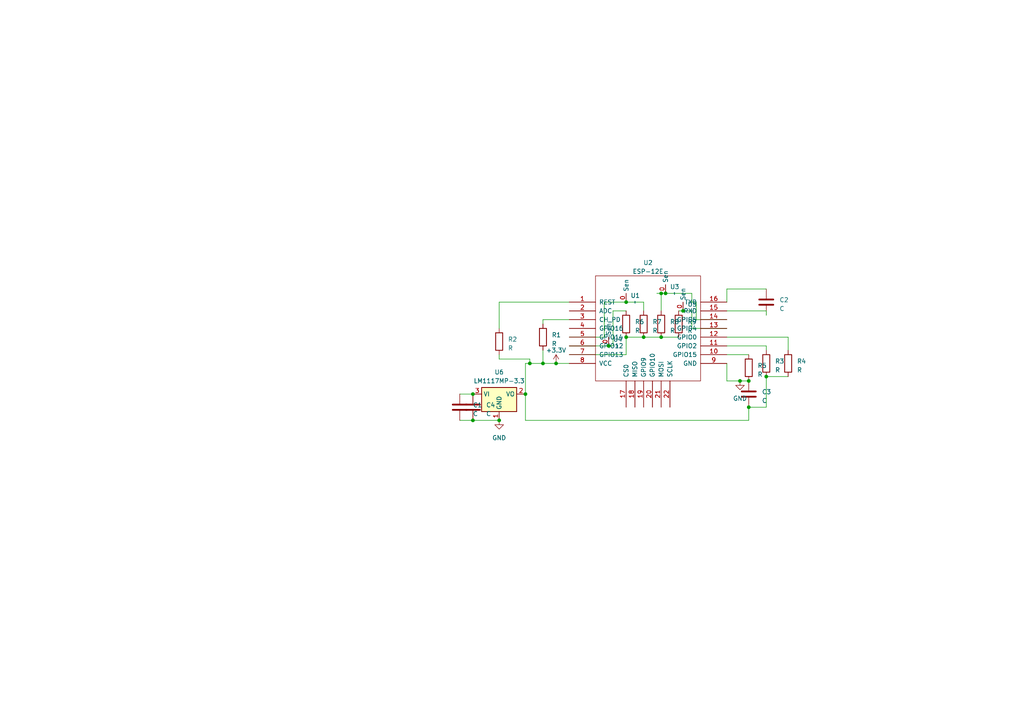
<source format=kicad_sch>
(kicad_sch (version 20230121) (generator eeschema)

  (uuid d4aa1627-5822-461c-8965-e691b72e7719)

  (paper "A4")

  (lib_symbols
    (symbol "Device:C" (pin_numbers hide) (pin_names (offset 0.254)) (in_bom yes) (on_board yes)
      (property "Reference" "C" (at 0.635 2.54 0)
        (effects (font (size 1.27 1.27)) (justify left))
      )
      (property "Value" "C" (at 0.635 -2.54 0)
        (effects (font (size 1.27 1.27)) (justify left))
      )
      (property "Footprint" "" (at 0.9652 -3.81 0)
        (effects (font (size 1.27 1.27)) hide)
      )
      (property "Datasheet" "~" (at 0 0 0)
        (effects (font (size 1.27 1.27)) hide)
      )
      (property "ki_keywords" "cap capacitor" (at 0 0 0)
        (effects (font (size 1.27 1.27)) hide)
      )
      (property "ki_description" "Unpolarized capacitor" (at 0 0 0)
        (effects (font (size 1.27 1.27)) hide)
      )
      (property "ki_fp_filters" "C_*" (at 0 0 0)
        (effects (font (size 1.27 1.27)) hide)
      )
      (symbol "C_0_1"
        (polyline
          (pts
            (xy -2.032 -0.762)
            (xy 2.032 -0.762)
          )
          (stroke (width 0.508) (type default))
          (fill (type none))
        )
        (polyline
          (pts
            (xy -2.032 0.762)
            (xy 2.032 0.762)
          )
          (stroke (width 0.508) (type default))
          (fill (type none))
        )
      )
      (symbol "C_1_1"
        (pin passive line (at 0 3.81 270) (length 2.794)
          (name "~" (effects (font (size 1.27 1.27))))
          (number "1" (effects (font (size 1.27 1.27))))
        )
        (pin passive line (at 0 -3.81 90) (length 2.794)
          (name "~" (effects (font (size 1.27 1.27))))
          (number "2" (effects (font (size 1.27 1.27))))
        )
      )
    )
    (symbol "Device:R" (pin_numbers hide) (pin_names (offset 0)) (in_bom yes) (on_board yes)
      (property "Reference" "R" (at 2.032 0 90)
        (effects (font (size 1.27 1.27)))
      )
      (property "Value" "R" (at 0 0 90)
        (effects (font (size 1.27 1.27)))
      )
      (property "Footprint" "" (at -1.778 0 90)
        (effects (font (size 1.27 1.27)) hide)
      )
      (property "Datasheet" "~" (at 0 0 0)
        (effects (font (size 1.27 1.27)) hide)
      )
      (property "ki_keywords" "R res resistor" (at 0 0 0)
        (effects (font (size 1.27 1.27)) hide)
      )
      (property "ki_description" "Resistor" (at 0 0 0)
        (effects (font (size 1.27 1.27)) hide)
      )
      (property "ki_fp_filters" "R_*" (at 0 0 0)
        (effects (font (size 1.27 1.27)) hide)
      )
      (symbol "R_0_1"
        (rectangle (start -1.016 -2.54) (end 1.016 2.54)
          (stroke (width 0.254) (type default))
          (fill (type none))
        )
      )
      (symbol "R_1_1"
        (pin passive line (at 0 3.81 270) (length 1.27)
          (name "~" (effects (font (size 1.27 1.27))))
          (number "1" (effects (font (size 1.27 1.27))))
        )
        (pin passive line (at 0 -3.81 90) (length 1.27)
          (name "~" (effects (font (size 1.27 1.27))))
          (number "2" (effects (font (size 1.27 1.27))))
        )
      )
    )
    (symbol "ESP8266:ESP-12E" (pin_names (offset 1.016)) (in_bom yes) (on_board yes)
      (property "Reference" "U" (at 0 -2.54 0)
        (effects (font (size 1.27 1.27)))
      )
      (property "Value" "ESP-12E" (at 0 2.54 0)
        (effects (font (size 1.27 1.27)))
      )
      (property "Footprint" "" (at 0 0 0)
        (effects (font (size 1.27 1.27)) hide)
      )
      (property "Datasheet" "http://l0l.org.uk/2014/12/esp8266-modules-hardware-guide-gotta-catch-em-all/" (at 0 0 0)
        (effects (font (size 1.27 1.27)) hide)
      )
      (property "ki_keywords" "MODULE ESP8266 ESP-8266" (at 0 0 0)
        (effects (font (size 1.27 1.27)) hide)
      )
      (property "ki_description" "ESP8266 ESP-12E module, 22 pins, 2mm, PCB antenna" (at 0 0 0)
        (effects (font (size 1.27 1.27)) hide)
      )
      (property "ki_fp_filters" "ESP-12E ESP-12E_SMD" (at 0 0 0)
        (effects (font (size 1.27 1.27)) hide)
      )
      (symbol "ESP-12E_1_0"
        (rectangle (start -15.24 -15.24) (end 15.24 15.24)
          (stroke (width 0) (type solid))
          (fill (type none))
        )
      )
      (symbol "ESP-12E_1_1"
        (pin input line (at -22.86 7.62 0) (length 7.62)
          (name "REST" (effects (font (size 1.27 1.27))))
          (number "1" (effects (font (size 1.27 1.27))))
        )
        (pin bidirectional line (at 22.86 -7.62 180) (length 7.62)
          (name "GPIO15" (effects (font (size 1.27 1.27))))
          (number "10" (effects (font (size 1.27 1.27))))
        )
        (pin bidirectional line (at 22.86 -5.08 180) (length 7.62)
          (name "GPIO2" (effects (font (size 1.27 1.27))))
          (number "11" (effects (font (size 1.27 1.27))))
        )
        (pin bidirectional line (at 22.86 -2.54 180) (length 7.62)
          (name "GPIO0" (effects (font (size 1.27 1.27))))
          (number "12" (effects (font (size 1.27 1.27))))
        )
        (pin bidirectional line (at 22.86 0 180) (length 7.62)
          (name "GPIO4" (effects (font (size 1.27 1.27))))
          (number "13" (effects (font (size 1.27 1.27))))
        )
        (pin bidirectional line (at 22.86 2.54 180) (length 7.62)
          (name "GPIO5" (effects (font (size 1.27 1.27))))
          (number "14" (effects (font (size 1.27 1.27))))
        )
        (pin input line (at 22.86 5.08 180) (length 7.62)
          (name "RXD" (effects (font (size 1.27 1.27))))
          (number "15" (effects (font (size 1.27 1.27))))
        )
        (pin output line (at 22.86 7.62 180) (length 7.62)
          (name "TXD" (effects (font (size 1.27 1.27))))
          (number "16" (effects (font (size 1.27 1.27))))
        )
        (pin bidirectional line (at -6.35 -22.86 90) (length 7.62)
          (name "CS0" (effects (font (size 1.27 1.27))))
          (number "17" (effects (font (size 1.27 1.27))))
        )
        (pin bidirectional line (at -3.81 -22.86 90) (length 7.62)
          (name "MISO" (effects (font (size 1.27 1.27))))
          (number "18" (effects (font (size 1.27 1.27))))
        )
        (pin bidirectional line (at -1.27 -22.86 90) (length 7.62)
          (name "GPIO9" (effects (font (size 1.27 1.27))))
          (number "19" (effects (font (size 1.27 1.27))))
        )
        (pin passive line (at -22.86 5.08 0) (length 7.62)
          (name "ADC" (effects (font (size 1.27 1.27))))
          (number "2" (effects (font (size 1.27 1.27))))
        )
        (pin bidirectional line (at 1.27 -22.86 90) (length 7.62)
          (name "GPIO10" (effects (font (size 1.27 1.27))))
          (number "20" (effects (font (size 1.27 1.27))))
        )
        (pin bidirectional line (at 3.81 -22.86 90) (length 7.62)
          (name "MOSI" (effects (font (size 1.27 1.27))))
          (number "21" (effects (font (size 1.27 1.27))))
        )
        (pin bidirectional line (at 6.35 -22.86 90) (length 7.62)
          (name "SCLK" (effects (font (size 1.27 1.27))))
          (number "22" (effects (font (size 1.27 1.27))))
        )
        (pin input line (at -22.86 2.54 0) (length 7.62)
          (name "CH_PD" (effects (font (size 1.27 1.27))))
          (number "3" (effects (font (size 1.27 1.27))))
        )
        (pin bidirectional line (at -22.86 0 0) (length 7.62)
          (name "GPIO16" (effects (font (size 1.27 1.27))))
          (number "4" (effects (font (size 1.27 1.27))))
        )
        (pin bidirectional line (at -22.86 -2.54 0) (length 7.62)
          (name "GPIO14" (effects (font (size 1.27 1.27))))
          (number "5" (effects (font (size 1.27 1.27))))
        )
        (pin bidirectional line (at -22.86 -5.08 0) (length 7.62)
          (name "GPIO12" (effects (font (size 1.27 1.27))))
          (number "6" (effects (font (size 1.27 1.27))))
        )
        (pin bidirectional line (at -22.86 -7.62 0) (length 7.62)
          (name "GPIO13" (effects (font (size 1.27 1.27))))
          (number "7" (effects (font (size 1.27 1.27))))
        )
        (pin power_in line (at -22.86 -10.16 0) (length 7.62)
          (name "VCC" (effects (font (size 1.27 1.27))))
          (number "8" (effects (font (size 1.27 1.27))))
        )
        (pin power_in line (at 22.86 -10.16 180) (length 7.62)
          (name "GND" (effects (font (size 1.27 1.27))))
          (number "9" (effects (font (size 1.27 1.27))))
        )
      )
    )
    (symbol "Regulator_Linear:LM1117MP-3.3" (in_bom yes) (on_board yes)
      (property "Reference" "U" (at -3.81 3.175 0)
        (effects (font (size 1.27 1.27)))
      )
      (property "Value" "LM1117MP-3.3" (at 0 3.175 0)
        (effects (font (size 1.27 1.27)) (justify left))
      )
      (property "Footprint" "Package_TO_SOT_SMD:SOT-223-3_TabPin2" (at 0 0 0)
        (effects (font (size 1.27 1.27)) hide)
      )
      (property "Datasheet" "http://www.ti.com/lit/ds/symlink/lm1117.pdf" (at 0 0 0)
        (effects (font (size 1.27 1.27)) hide)
      )
      (property "ki_keywords" "linear regulator ldo fixed positive" (at 0 0 0)
        (effects (font (size 1.27 1.27)) hide)
      )
      (property "ki_description" "800mA Low-Dropout Linear Regulator, 3.3V fixed output, SOT-223" (at 0 0 0)
        (effects (font (size 1.27 1.27)) hide)
      )
      (property "ki_fp_filters" "SOT?223*" (at 0 0 0)
        (effects (font (size 1.27 1.27)) hide)
      )
      (symbol "LM1117MP-3.3_0_1"
        (rectangle (start -5.08 -5.08) (end 5.08 1.905)
          (stroke (width 0.254) (type default))
          (fill (type background))
        )
      )
      (symbol "LM1117MP-3.3_1_1"
        (pin power_in line (at 0 -7.62 90) (length 2.54)
          (name "GND" (effects (font (size 1.27 1.27))))
          (number "1" (effects (font (size 1.27 1.27))))
        )
        (pin power_out line (at 7.62 0 180) (length 2.54)
          (name "VO" (effects (font (size 1.27 1.27))))
          (number "2" (effects (font (size 1.27 1.27))))
        )
        (pin power_in line (at -7.62 0 0) (length 2.54)
          (name "VI" (effects (font (size 1.27 1.27))))
          (number "3" (effects (font (size 1.27 1.27))))
        )
      )
    )
    (symbol "Sensor_1" (in_bom yes) (on_board yes)
      (property "Reference" "U" (at 1.27 2.54 0)
        (effects (font (size 1.27 1.27)))
      )
      (property "Value" "" (at 0 0 0)
        (effects (font (size 1.27 1.27)))
      )
      (property "Footprint" "" (at 0 0 0)
        (effects (font (size 1.27 1.27)) hide)
      )
      (property "Datasheet" "" (at 0 0 0)
        (effects (font (size 1.27 1.27)) hide)
      )
      (symbol "Sensor_1_1_1"
        (pin input line (at 0 2.54 0) (length 2.54)
          (name "Sen" (effects (font (size 1.27 1.27))))
          (number "0" (effects (font (size 1.27 1.27))))
        )
      )
    )
    (symbol "power:+3.3V" (power) (pin_names (offset 0)) (in_bom yes) (on_board yes)
      (property "Reference" "#PWR" (at 0 -3.81 0)
        (effects (font (size 1.27 1.27)) hide)
      )
      (property "Value" "+3.3V" (at 0 3.556 0)
        (effects (font (size 1.27 1.27)))
      )
      (property "Footprint" "" (at 0 0 0)
        (effects (font (size 1.27 1.27)) hide)
      )
      (property "Datasheet" "" (at 0 0 0)
        (effects (font (size 1.27 1.27)) hide)
      )
      (property "ki_keywords" "global power" (at 0 0 0)
        (effects (font (size 1.27 1.27)) hide)
      )
      (property "ki_description" "Power symbol creates a global label with name \"+3.3V\"" (at 0 0 0)
        (effects (font (size 1.27 1.27)) hide)
      )
      (symbol "+3.3V_0_1"
        (polyline
          (pts
            (xy -0.762 1.27)
            (xy 0 2.54)
          )
          (stroke (width 0) (type default))
          (fill (type none))
        )
        (polyline
          (pts
            (xy 0 0)
            (xy 0 2.54)
          )
          (stroke (width 0) (type default))
          (fill (type none))
        )
        (polyline
          (pts
            (xy 0 2.54)
            (xy 0.762 1.27)
          )
          (stroke (width 0) (type default))
          (fill (type none))
        )
      )
      (symbol "+3.3V_1_1"
        (pin power_in line (at 0 0 90) (length 0) hide
          (name "+3.3V" (effects (font (size 1.27 1.27))))
          (number "1" (effects (font (size 1.27 1.27))))
        )
      )
    )
    (symbol "power:GND" (power) (pin_names (offset 0)) (in_bom yes) (on_board yes)
      (property "Reference" "#PWR" (at 0 -6.35 0)
        (effects (font (size 1.27 1.27)) hide)
      )
      (property "Value" "GND" (at 0 -3.81 0)
        (effects (font (size 1.27 1.27)))
      )
      (property "Footprint" "" (at 0 0 0)
        (effects (font (size 1.27 1.27)) hide)
      )
      (property "Datasheet" "" (at 0 0 0)
        (effects (font (size 1.27 1.27)) hide)
      )
      (property "ki_keywords" "global power" (at 0 0 0)
        (effects (font (size 1.27 1.27)) hide)
      )
      (property "ki_description" "Power symbol creates a global label with name \"GND\" , ground" (at 0 0 0)
        (effects (font (size 1.27 1.27)) hide)
      )
      (symbol "GND_0_1"
        (polyline
          (pts
            (xy 0 0)
            (xy 0 -1.27)
            (xy 1.27 -1.27)
            (xy 0 -2.54)
            (xy -1.27 -1.27)
            (xy 0 -1.27)
          )
          (stroke (width 0) (type default))
          (fill (type none))
        )
      )
      (symbol "GND_1_1"
        (pin power_in line (at 0 0 270) (length 0) hide
          (name "GND" (effects (font (size 1.27 1.27))))
          (number "1" (effects (font (size 1.27 1.27))))
        )
      )
    )
  )

  (junction (at 217.17 110.49) (diameter 0) (color 0 0 0 0)
    (uuid 0584fee9-3c06-4953-baa1-aaedf2ddae87)
  )
  (junction (at 181.61 97.79) (diameter 0) (color 0 0 0 0)
    (uuid 11ed5a36-ea1e-4856-aac1-2d5fa6037639)
  )
  (junction (at 186.69 97.79) (diameter 0) (color 0 0 0 0)
    (uuid 26564794-3306-47dc-b39c-6f5609b71fa4)
  )
  (junction (at 217.17 118.11) (diameter 0) (color 0 0 0 0)
    (uuid 3760c9f0-77b2-4bb0-8736-7fd30d40eb6d)
  )
  (junction (at 157.48 105.41) (diameter 0) (color 0 0 0 0)
    (uuid 38b7ad42-3a3d-4327-b058-0b616a6f11b9)
  )
  (junction (at 137.16 121.92) (diameter 0) (color 0 0 0 0)
    (uuid 460cba97-fee3-4f12-b043-6d0cd3380a54)
  )
  (junction (at 137.16 114.3) (diameter 0) (color 0 0 0 0)
    (uuid 53be0c28-a5b7-4408-9b7d-52266617f1c2)
  )
  (junction (at 176.53 100.33) (diameter 0) (color 0 0 0 0)
    (uuid 6850678a-d03a-4052-a488-a853527f3b0f)
  )
  (junction (at 191.77 85.09) (diameter 0) (color 0 0 0 0)
    (uuid 74b9580a-7e23-40a0-8fec-5a9da2ee8fc2)
  )
  (junction (at 198.12 90.17) (diameter 0) (color 0 0 0 0)
    (uuid 773b11ed-d2bf-43fa-a065-2f648647ffcf)
  )
  (junction (at 153.67 105.41) (diameter 0) (color 0 0 0 0)
    (uuid 8a06fb12-7c32-4c55-a35e-9d2f2c6846fa)
  )
  (junction (at 191.77 97.79) (diameter 0) (color 0 0 0 0)
    (uuid 8e9a7d91-1cf6-4dc8-b649-f0bb72bd9187)
  )
  (junction (at 144.78 121.92) (diameter 0) (color 0 0 0 0)
    (uuid 9297edb7-ec19-4117-97bb-916f45062351)
  )
  (junction (at 214.63 110.49) (diameter 0) (color 0 0 0 0)
    (uuid 9c737d19-ab45-444e-9860-78876d51ffa7)
  )
  (junction (at 222.25 109.22) (diameter 0) (color 0 0 0 0)
    (uuid c310e9d7-8594-4243-8bfa-08d5c15bb3bc)
  )
  (junction (at 152.4 114.3) (diameter 0) (color 0 0 0 0)
    (uuid cb51a415-1b94-4a67-84bc-7a6686c6fec2)
  )
  (junction (at 181.61 87.63) (diameter 0) (color 0 0 0 0)
    (uuid cc82a552-3099-4e9a-ad08-cd0add2c3e2a)
  )
  (junction (at 161.29 105.41) (diameter 0) (color 0 0 0 0)
    (uuid cf7603c8-95f5-4d30-abae-baa766ee9929)
  )
  (junction (at 193.04 85.09) (diameter 0) (color 0 0 0 0)
    (uuid df9c70fb-f9db-4df2-bff6-a4098ac21bc8)
  )

  (wire (pts (xy 157.48 105.41) (xy 161.29 105.41))
    (stroke (width 0) (type default))
    (uuid 00326911-ad9a-4686-bdf4-ebde82c6589b)
  )
  (wire (pts (xy 200.66 95.25) (xy 210.82 95.25))
    (stroke (width 0) (type default))
    (uuid 135a2243-f72a-4632-ae83-d07f99ebddf2)
  )
  (wire (pts (xy 157.48 101.6) (xy 157.48 105.41))
    (stroke (width 0) (type default))
    (uuid 1be7e7c0-0ede-427b-b0d0-719cdeafc68d)
  )
  (wire (pts (xy 161.29 105.41) (xy 165.1 105.41))
    (stroke (width 0) (type default))
    (uuid 1e2fd289-b3dd-457c-bd34-5f0d29938229)
  )
  (wire (pts (xy 222.25 90.17) (xy 210.82 90.17))
    (stroke (width 0) (type default))
    (uuid 2089ceb7-a841-4a60-a429-f4294bfa129a)
  )
  (wire (pts (xy 153.67 104.14) (xy 153.67 105.41))
    (stroke (width 0) (type default))
    (uuid 24649ef8-8f7c-4b56-aabe-d02238a69acd)
  )
  (wire (pts (xy 165.1 102.87) (xy 181.61 102.87))
    (stroke (width 0) (type default))
    (uuid 24c848e6-71c1-4fec-bf67-09c7ae0201ac)
  )
  (wire (pts (xy 191.77 85.09) (xy 191.77 90.17))
    (stroke (width 0) (type default))
    (uuid 25a4f390-4002-4590-ae22-69cd5b739b77)
  )
  (wire (pts (xy 228.6 101.6) (xy 228.6 97.79))
    (stroke (width 0) (type default))
    (uuid 2862e7ab-254e-433a-bd63-41dfe906b5cd)
  )
  (wire (pts (xy 193.04 85.09) (xy 200.66 85.09))
    (stroke (width 0) (type default))
    (uuid 28e098f4-ace7-40a2-8d99-a31f2ab7cdc7)
  )
  (wire (pts (xy 191.77 97.79) (xy 196.85 97.79))
    (stroke (width 0) (type default))
    (uuid 299cf304-de03-4c51-8a2f-95aeb3cd8050)
  )
  (wire (pts (xy 198.12 90.17) (xy 200.66 90.17))
    (stroke (width 0) (type default))
    (uuid 30e137e0-bcfb-43dc-97d4-5f058a8fee79)
  )
  (wire (pts (xy 210.82 83.82) (xy 222.25 83.82))
    (stroke (width 0) (type default))
    (uuid 321bc2f0-380b-4308-bf1b-abbb1d892036)
  )
  (wire (pts (xy 210.82 102.87) (xy 217.17 102.87))
    (stroke (width 0) (type default))
    (uuid 390af435-2d2f-457a-9bd6-392b5bd934ee)
  )
  (wire (pts (xy 152.4 105.41) (xy 152.4 114.3))
    (stroke (width 0) (type default))
    (uuid 3ba25fcd-7213-4b3b-b9a4-874d96b10913)
  )
  (wire (pts (xy 210.82 110.49) (xy 210.82 105.41))
    (stroke (width 0) (type default))
    (uuid 3c5168bd-adbc-4fab-9c9b-bda40c44a964)
  )
  (wire (pts (xy 222.25 118.11) (xy 222.25 109.22))
    (stroke (width 0) (type default))
    (uuid 3c89561f-6d5a-4bf3-8c6a-7abe04f1ee59)
  )
  (wire (pts (xy 181.61 97.79) (xy 181.61 102.87))
    (stroke (width 0) (type default))
    (uuid 3d7ab0cf-1fd0-4968-9b15-b39e95c9403d)
  )
  (wire (pts (xy 222.25 101.6) (xy 222.25 100.33))
    (stroke (width 0) (type default))
    (uuid 41346afa-dd2a-488d-9390-dc85a29fbb3a)
  )
  (wire (pts (xy 186.69 97.79) (xy 191.77 97.79))
    (stroke (width 0) (type default))
    (uuid 431a3a11-ccfd-4eb3-86fb-ad9ec7362b37)
  )
  (wire (pts (xy 181.61 87.63) (xy 186.69 87.63))
    (stroke (width 0) (type default))
    (uuid 4363bb33-885f-4cc3-a4da-12ef71bb1cc9)
  )
  (wire (pts (xy 217.17 110.49) (xy 214.63 110.49))
    (stroke (width 0) (type default))
    (uuid 443a268c-eefe-4aa8-a474-90db90562a0c)
  )
  (wire (pts (xy 175.26 87.63) (xy 175.26 97.79))
    (stroke (width 0) (type default))
    (uuid 49686a43-9cf2-43ba-b03a-bf18a21bc418)
  )
  (wire (pts (xy 222.25 109.22) (xy 228.6 109.22))
    (stroke (width 0) (type default))
    (uuid 4b33148e-5528-454b-b4ce-69a798c2ef53)
  )
  (wire (pts (xy 137.16 121.92) (xy 144.78 121.92))
    (stroke (width 0) (type default))
    (uuid 57a8fb35-8f98-4748-b524-d773853762f9)
  )
  (wire (pts (xy 144.78 104.14) (xy 144.78 102.87))
    (stroke (width 0) (type default))
    (uuid 5c1771fb-0558-413e-bdf9-b2121a13ad30)
  )
  (wire (pts (xy 201.93 92.71) (xy 210.82 92.71))
    (stroke (width 0) (type default))
    (uuid 5e078d2f-9918-489c-8444-4215e80af641)
  )
  (wire (pts (xy 165.1 97.79) (xy 175.26 97.79))
    (stroke (width 0) (type default))
    (uuid 5f58e081-b1d1-4129-a2f9-1817a42497fa)
  )
  (wire (pts (xy 133.35 121.92) (xy 137.16 121.92))
    (stroke (width 0) (type default))
    (uuid 61bd8ecb-4c78-4ecf-b234-4b28076ef0bf)
  )
  (wire (pts (xy 153.67 105.41) (xy 157.48 105.41))
    (stroke (width 0) (type default))
    (uuid 72b6fbd8-0810-405a-afa0-97115bbb0c0e)
  )
  (wire (pts (xy 157.48 92.71) (xy 165.1 92.71))
    (stroke (width 0) (type default))
    (uuid 77c57a7e-ed15-4364-a910-0ab4dd55256a)
  )
  (wire (pts (xy 200.66 87.63) (xy 201.93 87.63))
    (stroke (width 0) (type default))
    (uuid 7abc5d6d-26bd-4dc3-bb1c-09df8cc60bd6)
  )
  (wire (pts (xy 214.63 110.49) (xy 210.82 110.49))
    (stroke (width 0) (type default))
    (uuid 7d8b8ebc-6eca-4ae5-b392-6a7e8b5e38d6)
  )
  (wire (pts (xy 144.78 95.25) (xy 144.78 87.63))
    (stroke (width 0) (type default))
    (uuid 84cb4546-be54-435d-b2af-f7ffc7e889f2)
  )
  (wire (pts (xy 196.85 90.17) (xy 198.12 90.17))
    (stroke (width 0) (type default))
    (uuid 858f8da0-b064-4abd-ad11-20b64db21a02)
  )
  (wire (pts (xy 157.48 93.98) (xy 157.48 92.71))
    (stroke (width 0) (type default))
    (uuid 86b32c27-dc40-41ed-85f6-4f616f9b1860)
  )
  (wire (pts (xy 165.1 100.33) (xy 176.53 100.33))
    (stroke (width 0) (type default))
    (uuid 936359e0-3a03-4385-a318-20afc18cef89)
  )
  (wire (pts (xy 181.61 97.79) (xy 186.69 97.79))
    (stroke (width 0) (type default))
    (uuid 95f1edb8-cdcb-44e7-a24b-ab3bad7e0566)
  )
  (wire (pts (xy 222.25 100.33) (xy 210.82 100.33))
    (stroke (width 0) (type default))
    (uuid a31f82af-f6aa-411a-87ee-8126e7e6d265)
  )
  (wire (pts (xy 144.78 104.14) (xy 153.67 104.14))
    (stroke (width 0) (type default))
    (uuid a502500d-052b-4062-ba84-68363201f890)
  )
  (wire (pts (xy 191.77 85.09) (xy 193.04 85.09))
    (stroke (width 0) (type default))
    (uuid ac0cc7aa-31c9-4561-94fa-5e040892f990)
  )
  (wire (pts (xy 200.66 85.09) (xy 200.66 87.63))
    (stroke (width 0) (type default))
    (uuid adf3f3b3-9224-4d8c-a913-239b12c87f36)
  )
  (wire (pts (xy 200.66 90.17) (xy 200.66 95.25))
    (stroke (width 0) (type default))
    (uuid aebe15d2-d9bb-408d-8d3d-63174a3d9fb1)
  )
  (wire (pts (xy 176.53 100.33) (xy 177.8 100.33))
    (stroke (width 0) (type default))
    (uuid b4581f97-38b2-4e41-a679-3352012abb02)
  )
  (wire (pts (xy 144.78 87.63) (xy 165.1 87.63))
    (stroke (width 0) (type default))
    (uuid b6656937-4f12-4df9-b151-047c25e3f624)
  )
  (wire (pts (xy 210.82 87.63) (xy 210.82 83.82))
    (stroke (width 0) (type default))
    (uuid bb232c2a-64f5-4ae4-9bd6-5e3a283f22b8)
  )
  (wire (pts (xy 152.4 114.3) (xy 152.4 121.92))
    (stroke (width 0) (type default))
    (uuid bc55670b-faca-494f-b5eb-e104d1e644d0)
  )
  (wire (pts (xy 190.5 85.09) (xy 191.77 85.09))
    (stroke (width 0) (type default))
    (uuid c22ef6e9-c1cd-49aa-b357-25dc0c2f3cb1)
  )
  (wire (pts (xy 201.93 87.63) (xy 201.93 92.71))
    (stroke (width 0) (type default))
    (uuid c66699dc-bdbe-4b2d-965b-cdead5bdafa9)
  )
  (wire (pts (xy 217.17 121.92) (xy 217.17 118.11))
    (stroke (width 0) (type default))
    (uuid c967bfb5-5a53-4dca-95f3-be44518861b5)
  )
  (wire (pts (xy 186.69 90.17) (xy 186.69 87.63))
    (stroke (width 0) (type default))
    (uuid d1434125-911f-4fa5-97f1-c8129c9680c9)
  )
  (wire (pts (xy 217.17 118.11) (xy 222.25 118.11))
    (stroke (width 0) (type default))
    (uuid d4e67509-c1d6-4d5c-bdda-6309da96877c)
  )
  (wire (pts (xy 222.25 91.44) (xy 222.25 90.17))
    (stroke (width 0) (type default))
    (uuid d6c176fe-dd81-4e39-bc48-15320effb1e9)
  )
  (wire (pts (xy 181.61 90.17) (xy 177.8 90.17))
    (stroke (width 0) (type default))
    (uuid d91d26a1-29b2-47c9-a649-f987c66e3fe9)
  )
  (wire (pts (xy 133.35 114.3) (xy 137.16 114.3))
    (stroke (width 0) (type default))
    (uuid dfc50c65-a84f-48e2-abac-c1af0ef7a3f3)
  )
  (wire (pts (xy 152.4 105.41) (xy 153.67 105.41))
    (stroke (width 0) (type default))
    (uuid e27aba74-d567-47e8-ba57-8b2a129a5712)
  )
  (wire (pts (xy 175.26 87.63) (xy 181.61 87.63))
    (stroke (width 0) (type default))
    (uuid e52f6120-fee5-428e-912a-5d285d75522a)
  )
  (wire (pts (xy 177.8 90.17) (xy 177.8 100.33))
    (stroke (width 0) (type default))
    (uuid f1cc9c41-3f8f-4162-a108-56b34f02dd58)
  )
  (wire (pts (xy 228.6 97.79) (xy 210.82 97.79))
    (stroke (width 0) (type default))
    (uuid f2bb80ad-e131-42de-bf51-177791b1e2e8)
  )
  (wire (pts (xy 152.4 121.92) (xy 217.17 121.92))
    (stroke (width 0) (type default))
    (uuid f5e619e9-e65e-4b32-96cc-108b18bbf476)
  )

  (symbol (lib_id "Device:C") (at 217.17 114.3 0) (unit 1)
    (in_bom yes) (on_board yes) (dnp no) (fields_autoplaced)
    (uuid 05fa6877-f624-4fb2-9257-90b33c8555e4)
    (property "Reference" "C3" (at 220.98 113.665 0)
      (effects (font (size 1.27 1.27)) (justify left))
    )
    (property "Value" "C" (at 220.98 116.205 0)
      (effects (font (size 1.27 1.27)) (justify left))
    )
    (property "Footprint" "Capacitor_SMD:C_1206_3216Metric_Pad1.33x1.80mm_HandSolder" (at 218.1352 118.11 0)
      (effects (font (size 1.27 1.27)) hide)
    )
    (property "Datasheet" "~" (at 217.17 114.3 0)
      (effects (font (size 1.27 1.27)) hide)
    )
    (pin "1" (uuid 8348c60a-66bf-4de3-9427-27cd93d24c35))
    (pin "2" (uuid e20d30a2-d95c-4799-98b2-b5ec113fbc59))
    (instances
      (project "choosatron"
        (path "/d4aa1627-5822-461c-8965-e691b72e7719"
          (reference "C3") (unit 1)
        )
      )
    )
  )

  (symbol (lib_id "Device:R") (at 191.77 93.98 180) (unit 1)
    (in_bom yes) (on_board yes) (dnp no) (fields_autoplaced)
    (uuid 0ad32879-1aa7-4786-860b-78ee989bf745)
    (property "Reference" "R8" (at 194.31 93.345 0)
      (effects (font (size 1.27 1.27)) (justify right))
    )
    (property "Value" "R" (at 194.31 95.885 0)
      (effects (font (size 1.27 1.27)) (justify right))
    )
    (property "Footprint" "Resistor_SMD:R_0805_2012Metric_Pad1.20x1.40mm_HandSolder" (at 193.548 93.98 90)
      (effects (font (size 1.27 1.27)) hide)
    )
    (property "Datasheet" "~" (at 191.77 93.98 0)
      (effects (font (size 1.27 1.27)) hide)
    )
    (pin "1" (uuid 03ae9483-4b8e-4aa2-917e-007d5d666c1e))
    (pin "2" (uuid eda46a0f-bfa7-4776-8444-ebc61bbcfda0))
    (instances
      (project "choosatron"
        (path "/d4aa1627-5822-461c-8965-e691b72e7719"
          (reference "R8") (unit 1)
        )
      )
    )
  )

  (symbol (lib_name "Sensor_1") (lib_id "cap_sensor:Sensor") (at 195.58 85.09 90) (unit 1)
    (in_bom yes) (on_board yes) (dnp no) (fields_autoplaced)
    (uuid 1798a8b1-1a8d-4fac-b106-2638f2561f6f)
    (property "Reference" "U3" (at 194.31 83.185 90)
      (effects (font (size 1.27 1.27)) (justify right))
    )
    (property "Value" "~" (at 195.58 85.09 0)
      (effects (font (size 1.27 1.27)))
    )
    (property "Footprint" "cap_sen:cap_sensor" (at 195.58 85.09 0)
      (effects (font (size 1.27 1.27)) hide)
    )
    (property "Datasheet" "" (at 195.58 85.09 0)
      (effects (font (size 1.27 1.27)) hide)
    )
    (pin "0" (uuid 306a9142-eff0-451d-9f4c-6179e8b2ab44))
    (instances
      (project "choosatron"
        (path "/d4aa1627-5822-461c-8965-e691b72e7719"
          (reference "U3") (unit 1)
        )
      )
    )
  )

  (symbol (lib_id "Device:R") (at 144.78 99.06 180) (unit 1)
    (in_bom yes) (on_board yes) (dnp no) (fields_autoplaced)
    (uuid 1fce1c3c-fc68-4278-b67f-64776d9e85a5)
    (property "Reference" "R2" (at 147.32 98.425 0)
      (effects (font (size 1.27 1.27)) (justify right))
    )
    (property "Value" "R" (at 147.32 100.965 0)
      (effects (font (size 1.27 1.27)) (justify right))
    )
    (property "Footprint" "Resistor_SMD:R_0805_2012Metric_Pad1.20x1.40mm_HandSolder" (at 146.558 99.06 90)
      (effects (font (size 1.27 1.27)) hide)
    )
    (property "Datasheet" "~" (at 144.78 99.06 0)
      (effects (font (size 1.27 1.27)) hide)
    )
    (pin "1" (uuid ed60ead6-267b-40a3-b8c5-db946f83c3ea))
    (pin "2" (uuid f42d80dc-12b4-454f-ae61-a4d735a70da0))
    (instances
      (project "choosatron"
        (path "/d4aa1627-5822-461c-8965-e691b72e7719"
          (reference "R2") (unit 1)
        )
      )
    )
  )

  (symbol (lib_id "ESP8266:ESP-12E") (at 187.96 95.25 0) (unit 1)
    (in_bom yes) (on_board yes) (dnp no) (fields_autoplaced)
    (uuid 25df8034-29a3-46fc-85ff-36b5e4790a7e)
    (property "Reference" "U2" (at 187.96 76.2 0)
      (effects (font (size 1.27 1.27)))
    )
    (property "Value" "ESP-12E" (at 187.96 78.74 0)
      (effects (font (size 1.27 1.27)))
    )
    (property "Footprint" "ESP8266:ESP-12E_SMD" (at 187.96 95.25 0)
      (effects (font (size 1.27 1.27)) hide)
    )
    (property "Datasheet" "http://l0l.org.uk/2014/12/esp8266-modules-hardware-guide-gotta-catch-em-all/" (at 187.96 95.25 0)
      (effects (font (size 1.27 1.27)) hide)
    )
    (pin "1" (uuid 369e621f-36d4-4f41-b19e-2ad778dcfb55))
    (pin "10" (uuid 493a9481-8469-495c-9738-55f942028deb))
    (pin "11" (uuid 7c51bc70-c7b8-4a5a-acab-3389a9803013))
    (pin "12" (uuid 028968e0-ecbf-438a-a625-b64974868540))
    (pin "13" (uuid 9b3583a7-ca30-4205-b070-6e791efbf56f))
    (pin "14" (uuid a2a1aac1-73f4-4e37-b49b-4d6eb7f92dc9))
    (pin "15" (uuid de7ab076-aca6-47e6-b32b-8b0e0aa221fd))
    (pin "16" (uuid d0ab2025-4219-449f-970b-0d9473581e1e))
    (pin "17" (uuid 7fa46c4c-3256-4df3-be8f-0679c2ce6ca7))
    (pin "18" (uuid 01520282-d27c-443a-8750-0a0dd180b860))
    (pin "19" (uuid d4abaf9d-cd14-4906-91ce-eb6d9153729b))
    (pin "2" (uuid 0c8638fe-1497-4981-af1f-2b07b8f715fa))
    (pin "20" (uuid 0f410a67-1c8f-4b6c-9af0-9fdf6b3d2fa3))
    (pin "21" (uuid dcce845c-1365-40b6-86ad-e3967338c05f))
    (pin "22" (uuid e8aac15d-ec30-4947-b4b5-0e83ea54b72e))
    (pin "3" (uuid 870d0168-3379-4502-bbeb-0583f8f9dc69))
    (pin "4" (uuid 69a48ccc-0219-4a92-9f4b-7cda487f5f2c))
    (pin "5" (uuid ef79260f-0816-4953-a9fb-699505165d42))
    (pin "6" (uuid bd7f756d-af23-4d69-8ef3-71ecc478bbaf))
    (pin "7" (uuid 31ed4c89-4e0a-4f02-bb31-41f839a91966))
    (pin "8" (uuid 976de2b3-aa94-4960-afe7-3ca94a0701aa))
    (pin "9" (uuid 274b69a8-d15f-4c75-be37-83d27d45309c))
    (instances
      (project "choosatron"
        (path "/d4aa1627-5822-461c-8965-e691b72e7719"
          (reference "U2") (unit 1)
        )
      )
    )
  )

  (symbol (lib_id "Device:R") (at 217.17 106.68 180) (unit 1)
    (in_bom yes) (on_board yes) (dnp no) (fields_autoplaced)
    (uuid 319ac188-4c92-40b3-a63f-141f1011e56d)
    (property "Reference" "R5" (at 219.71 106.045 0)
      (effects (font (size 1.27 1.27)) (justify right))
    )
    (property "Value" "R" (at 219.71 108.585 0)
      (effects (font (size 1.27 1.27)) (justify right))
    )
    (property "Footprint" "Resistor_SMD:R_0805_2012Metric_Pad1.20x1.40mm_HandSolder" (at 218.948 106.68 90)
      (effects (font (size 1.27 1.27)) hide)
    )
    (property "Datasheet" "~" (at 217.17 106.68 0)
      (effects (font (size 1.27 1.27)) hide)
    )
    (pin "1" (uuid d1460ecb-90c8-4030-b75d-8d3879d2d578))
    (pin "2" (uuid 9daa6bef-cc05-4a7d-8d5d-ce3dee4fa291))
    (instances
      (project "choosatron"
        (path "/d4aa1627-5822-461c-8965-e691b72e7719"
          (reference "R5") (unit 1)
        )
      )
    )
  )

  (symbol (lib_id "Regulator_Linear:LM1117MP-3.3") (at 144.78 114.3 0) (unit 1)
    (in_bom yes) (on_board yes) (dnp no) (fields_autoplaced)
    (uuid 3b83b66b-331e-4b55-a91f-241f2f365a0d)
    (property "Reference" "U6" (at 144.78 107.95 0)
      (effects (font (size 1.27 1.27)))
    )
    (property "Value" "LM1117MP-3.3" (at 144.78 110.49 0)
      (effects (font (size 1.27 1.27)))
    )
    (property "Footprint" "Package_TO_SOT_SMD:SOT-223-3_TabPin2" (at 144.78 114.3 0)
      (effects (font (size 1.27 1.27)) hide)
    )
    (property "Datasheet" "http://www.ti.com/lit/ds/symlink/lm1117.pdf" (at 144.78 114.3 0)
      (effects (font (size 1.27 1.27)) hide)
    )
    (pin "1" (uuid 1148e5d0-cce8-47e5-9049-c18d17dfaddc))
    (pin "2" (uuid 48d59652-51bc-42bc-8dfe-2ddeba1c8cbf))
    (pin "3" (uuid b533e361-408f-4d03-94d3-5ae09ba25388))
    (instances
      (project "choosatron"
        (path "/d4aa1627-5822-461c-8965-e691b72e7719"
          (reference "U6") (unit 1)
        )
      )
    )
  )

  (symbol (lib_id "power:GND") (at 144.78 121.92 0) (unit 1)
    (in_bom yes) (on_board yes) (dnp no) (fields_autoplaced)
    (uuid 4c203ca9-67c8-45e1-bf3d-f41730747ff8)
    (property "Reference" "#PWR02" (at 144.78 128.27 0)
      (effects (font (size 1.27 1.27)) hide)
    )
    (property "Value" "GND" (at 144.78 127 0)
      (effects (font (size 1.27 1.27)))
    )
    (property "Footprint" "" (at 144.78 121.92 0)
      (effects (font (size 1.27 1.27)) hide)
    )
    (property "Datasheet" "" (at 144.78 121.92 0)
      (effects (font (size 1.27 1.27)) hide)
    )
    (pin "1" (uuid 8fe62dcf-242b-4b92-bcef-c12e472756d9))
    (instances
      (project "choosatron"
        (path "/d4aa1627-5822-461c-8965-e691b72e7719"
          (reference "#PWR02") (unit 1)
        )
      )
    )
  )

  (symbol (lib_id "power:GND") (at 214.63 110.49 0) (unit 1)
    (in_bom yes) (on_board yes) (dnp no) (fields_autoplaced)
    (uuid 4e1dff1b-6beb-474b-9030-09f85c8b9ce7)
    (property "Reference" "#PWR01" (at 214.63 116.84 0)
      (effects (font (size 1.27 1.27)) hide)
    )
    (property "Value" "GND" (at 214.63 115.57 0)
      (effects (font (size 1.27 1.27)))
    )
    (property "Footprint" "" (at 214.63 110.49 0)
      (effects (font (size 1.27 1.27)) hide)
    )
    (property "Datasheet" "" (at 214.63 110.49 0)
      (effects (font (size 1.27 1.27)) hide)
    )
    (pin "1" (uuid a4c1af19-b605-4d7f-b34c-9a82f701ace3))
    (instances
      (project "choosatron"
        (path "/d4aa1627-5822-461c-8965-e691b72e7719"
          (reference "#PWR01") (unit 1)
        )
      )
    )
  )

  (symbol (lib_id "Device:R") (at 186.69 93.98 180) (unit 1)
    (in_bom yes) (on_board yes) (dnp no) (fields_autoplaced)
    (uuid 6b18c2c6-c765-4439-b1f5-58adae64804c)
    (property "Reference" "R7" (at 189.23 93.345 0)
      (effects (font (size 1.27 1.27)) (justify right))
    )
    (property "Value" "R" (at 189.23 95.885 0)
      (effects (font (size 1.27 1.27)) (justify right))
    )
    (property "Footprint" "Resistor_SMD:R_0805_2012Metric_Pad1.20x1.40mm_HandSolder" (at 188.468 93.98 90)
      (effects (font (size 1.27 1.27)) hide)
    )
    (property "Datasheet" "~" (at 186.69 93.98 0)
      (effects (font (size 1.27 1.27)) hide)
    )
    (pin "1" (uuid 04e0e8d5-6030-49ca-adac-5e0de2f911c6))
    (pin "2" (uuid d9314ebb-32cc-4a2f-b6e1-519b6073cdc0))
    (instances
      (project "choosatron"
        (path "/d4aa1627-5822-461c-8965-e691b72e7719"
          (reference "R7") (unit 1)
        )
      )
    )
  )

  (symbol (lib_id "power:+3.3V") (at 161.29 105.41 0) (unit 1)
    (in_bom yes) (on_board yes) (dnp no) (fields_autoplaced)
    (uuid 704f6128-f770-4c0f-9dab-b306c3b9dd69)
    (property "Reference" "#PWR03" (at 161.29 109.22 0)
      (effects (font (size 1.27 1.27)) hide)
    )
    (property "Value" "+3.3V" (at 161.29 101.6 0)
      (effects (font (size 1.27 1.27)))
    )
    (property "Footprint" "" (at 161.29 105.41 0)
      (effects (font (size 1.27 1.27)) hide)
    )
    (property "Datasheet" "" (at 161.29 105.41 0)
      (effects (font (size 1.27 1.27)) hide)
    )
    (pin "1" (uuid f7e95934-c013-422e-8d38-6e09184dbede))
    (instances
      (project "choosatron"
        (path "/d4aa1627-5822-461c-8965-e691b72e7719"
          (reference "#PWR03") (unit 1)
        )
      )
    )
  )

  (symbol (lib_id "Device:R") (at 222.25 105.41 180) (unit 1)
    (in_bom yes) (on_board yes) (dnp no) (fields_autoplaced)
    (uuid 84ac9f05-e0b4-4145-aa22-4989c96d9fc1)
    (property "Reference" "R3" (at 224.79 104.775 0)
      (effects (font (size 1.27 1.27)) (justify right))
    )
    (property "Value" "R" (at 224.79 107.315 0)
      (effects (font (size 1.27 1.27)) (justify right))
    )
    (property "Footprint" "Resistor_SMD:R_0805_2012Metric_Pad1.20x1.40mm_HandSolder" (at 224.028 105.41 90)
      (effects (font (size 1.27 1.27)) hide)
    )
    (property "Datasheet" "~" (at 222.25 105.41 0)
      (effects (font (size 1.27 1.27)) hide)
    )
    (pin "1" (uuid 61d34742-7f0e-45cb-aa8c-84ece5ee1f09))
    (pin "2" (uuid 0e5a5909-8a18-47ca-b5e8-b60b805ead5f))
    (instances
      (project "choosatron"
        (path "/d4aa1627-5822-461c-8965-e691b72e7719"
          (reference "R3") (unit 1)
        )
      )
    )
  )

  (symbol (lib_name "Sensor_1") (lib_id "cap_sensor:Sensor") (at 179.07 100.33 90) (unit 1)
    (in_bom yes) (on_board yes) (dnp no) (fields_autoplaced)
    (uuid 8596b5f0-437e-47cc-b9f5-fd2915f48a61)
    (property "Reference" "U4" (at 177.8 98.425 90)
      (effects (font (size 1.27 1.27)) (justify right))
    )
    (property "Value" "~" (at 179.07 100.33 0)
      (effects (font (size 1.27 1.27)))
    )
    (property "Footprint" "cap_sen:cap_sensor" (at 179.07 100.33 0)
      (effects (font (size 1.27 1.27)) hide)
    )
    (property "Datasheet" "" (at 179.07 100.33 0)
      (effects (font (size 1.27 1.27)) hide)
    )
    (pin "0" (uuid ad70ac97-42e9-4d99-8c5c-cd298585732a))
    (instances
      (project "choosatron"
        (path "/d4aa1627-5822-461c-8965-e691b72e7719"
          (reference "U4") (unit 1)
        )
      )
    )
  )

  (symbol (lib_name "Sensor_1") (lib_id "cap_sensor:Sensor") (at 200.66 90.17 90) (unit 1)
    (in_bom yes) (on_board yes) (dnp no) (fields_autoplaced)
    (uuid 98393840-8c0f-4491-bcf2-3aaf431103a4)
    (property "Reference" "U5" (at 199.39 88.265 90)
      (effects (font (size 1.27 1.27)) (justify right))
    )
    (property "Value" "~" (at 200.66 90.17 0)
      (effects (font (size 1.27 1.27)))
    )
    (property "Footprint" "cap_sen:cap_sensor" (at 200.66 90.17 0)
      (effects (font (size 1.27 1.27)) hide)
    )
    (property "Datasheet" "" (at 200.66 90.17 0)
      (effects (font (size 1.27 1.27)) hide)
    )
    (pin "0" (uuid 1c8af695-fe9e-4e7d-9de7-abec15f9beb8))
    (instances
      (project "choosatron"
        (path "/d4aa1627-5822-461c-8965-e691b72e7719"
          (reference "U5") (unit 1)
        )
      )
    )
  )

  (symbol (lib_id "Device:R") (at 228.6 105.41 180) (unit 1)
    (in_bom yes) (on_board yes) (dnp no) (fields_autoplaced)
    (uuid 9b9115b3-f1e8-466a-ac0f-676ca424d5d9)
    (property "Reference" "R4" (at 231.14 104.775 0)
      (effects (font (size 1.27 1.27)) (justify right))
    )
    (property "Value" "R" (at 231.14 107.315 0)
      (effects (font (size 1.27 1.27)) (justify right))
    )
    (property "Footprint" "Resistor_SMD:R_0805_2012Metric_Pad1.20x1.40mm_HandSolder" (at 230.378 105.41 90)
      (effects (font (size 1.27 1.27)) hide)
    )
    (property "Datasheet" "~" (at 228.6 105.41 0)
      (effects (font (size 1.27 1.27)) hide)
    )
    (pin "1" (uuid bda40476-aaf2-4e99-be42-aa9376a319b9))
    (pin "2" (uuid d2563e1b-016c-41b7-b702-0eae19446e32))
    (instances
      (project "choosatron"
        (path "/d4aa1627-5822-461c-8965-e691b72e7719"
          (reference "R4") (unit 1)
        )
      )
    )
  )

  (symbol (lib_id "Device:R") (at 181.61 93.98 180) (unit 1)
    (in_bom yes) (on_board yes) (dnp no) (fields_autoplaced)
    (uuid a2156bac-9239-4b24-a19b-600e2aa9d55a)
    (property "Reference" "R6" (at 184.15 93.345 0)
      (effects (font (size 1.27 1.27)) (justify right))
    )
    (property "Value" "R" (at 184.15 95.885 0)
      (effects (font (size 1.27 1.27)) (justify right))
    )
    (property "Footprint" "Resistor_SMD:R_0805_2012Metric_Pad1.20x1.40mm_HandSolder" (at 183.388 93.98 90)
      (effects (font (size 1.27 1.27)) hide)
    )
    (property "Datasheet" "~" (at 181.61 93.98 0)
      (effects (font (size 1.27 1.27)) hide)
    )
    (pin "1" (uuid a94cbc0f-807b-4409-982b-6a350ed7e89e))
    (pin "2" (uuid 2f2dbe0b-132b-42d2-9dfc-b029ede54c88))
    (instances
      (project "choosatron"
        (path "/d4aa1627-5822-461c-8965-e691b72e7719"
          (reference "R6") (unit 1)
        )
      )
    )
  )

  (symbol (lib_id "Device:R") (at 196.85 93.98 180) (unit 1)
    (in_bom yes) (on_board yes) (dnp no) (fields_autoplaced)
    (uuid a8f477ad-a2d8-4ec2-aac6-4b72a0edf13f)
    (property "Reference" "R9" (at 199.39 93.345 0)
      (effects (font (size 1.27 1.27)) (justify right))
    )
    (property "Value" "R" (at 199.39 95.885 0)
      (effects (font (size 1.27 1.27)) (justify right))
    )
    (property "Footprint" "Resistor_SMD:R_0805_2012Metric_Pad1.20x1.40mm_HandSolder" (at 198.628 93.98 90)
      (effects (font (size 1.27 1.27)) hide)
    )
    (property "Datasheet" "~" (at 196.85 93.98 0)
      (effects (font (size 1.27 1.27)) hide)
    )
    (pin "1" (uuid 27f13f04-4c0e-4ff2-a843-0594332f0f86))
    (pin "2" (uuid 59fb5131-be98-4e60-a854-868dd344acfc))
    (instances
      (project "choosatron"
        (path "/d4aa1627-5822-461c-8965-e691b72e7719"
          (reference "R9") (unit 1)
        )
      )
    )
  )

  (symbol (lib_id "Device:C") (at 137.16 118.11 0) (unit 1)
    (in_bom yes) (on_board yes) (dnp no) (fields_autoplaced)
    (uuid acf8aa63-e2ba-4821-bc50-4a8e46b096aa)
    (property "Reference" "C4" (at 140.97 117.475 0)
      (effects (font (size 1.27 1.27)) (justify left))
    )
    (property "Value" "C" (at 140.97 120.015 0)
      (effects (font (size 1.27 1.27)) (justify left))
    )
    (property "Footprint" "Capacitor_SMD:C_1206_3216Metric_Pad1.33x1.80mm_HandSolder" (at 138.1252 121.92 0)
      (effects (font (size 1.27 1.27)) hide)
    )
    (property "Datasheet" "~" (at 137.16 118.11 0)
      (effects (font (size 1.27 1.27)) hide)
    )
    (pin "1" (uuid bccec5ef-db60-4455-88a6-78600be45e3b))
    (pin "2" (uuid d49064d5-6a45-4c78-8015-b39f3b559e3d))
    (instances
      (project "choosatron"
        (path "/d4aa1627-5822-461c-8965-e691b72e7719"
          (reference "C4") (unit 1)
        )
      )
    )
  )

  (symbol (lib_id "Device:R") (at 157.48 97.79 180) (unit 1)
    (in_bom yes) (on_board yes) (dnp no) (fields_autoplaced)
    (uuid af2e1958-7975-47af-9809-41a282769873)
    (property "Reference" "R1" (at 160.02 97.155 0)
      (effects (font (size 1.27 1.27)) (justify right))
    )
    (property "Value" "R" (at 160.02 99.695 0)
      (effects (font (size 1.27 1.27)) (justify right))
    )
    (property "Footprint" "Resistor_SMD:R_0805_2012Metric_Pad1.20x1.40mm_HandSolder" (at 159.258 97.79 90)
      (effects (font (size 1.27 1.27)) hide)
    )
    (property "Datasheet" "~" (at 157.48 97.79 0)
      (effects (font (size 1.27 1.27)) hide)
    )
    (pin "1" (uuid bcdc0089-874c-4762-91be-4aa0837ce68b))
    (pin "2" (uuid 1eb81928-a92a-49e2-abb4-e6d284f1d47f))
    (instances
      (project "choosatron"
        (path "/d4aa1627-5822-461c-8965-e691b72e7719"
          (reference "R1") (unit 1)
        )
      )
    )
  )

  (symbol (lib_id "Device:C") (at 133.35 118.11 0) (unit 1)
    (in_bom yes) (on_board yes) (dnp no) (fields_autoplaced)
    (uuid af484e56-e558-4acc-9cae-c12500e7f99d)
    (property "Reference" "C1" (at 137.16 117.475 0)
      (effects (font (size 1.27 1.27)) (justify left))
    )
    (property "Value" "C" (at 137.16 120.015 0)
      (effects (font (size 1.27 1.27)) (justify left))
    )
    (property "Footprint" "Capacitor_SMD:C_1206_3216Metric_Pad1.33x1.80mm_HandSolder" (at 134.3152 121.92 0)
      (effects (font (size 1.27 1.27)) hide)
    )
    (property "Datasheet" "~" (at 133.35 118.11 0)
      (effects (font (size 1.27 1.27)) hide)
    )
    (pin "1" (uuid bc57516b-4483-47b8-a382-d50678f2e1a2))
    (pin "2" (uuid e8de69a9-d4f4-401d-9bcd-d20594e00c6c))
    (instances
      (project "choosatron"
        (path "/d4aa1627-5822-461c-8965-e691b72e7719"
          (reference "C1") (unit 1)
        )
      )
    )
  )

  (symbol (lib_name "Sensor_1") (lib_id "cap_sensor:Sensor") (at 184.15 87.63 90) (unit 1)
    (in_bom yes) (on_board yes) (dnp no) (fields_autoplaced)
    (uuid d4225e63-2623-4c61-a625-fa0319803d01)
    (property "Reference" "U1" (at 182.88 85.725 90)
      (effects (font (size 1.27 1.27)) (justify right))
    )
    (property "Value" "~" (at 184.15 87.63 0)
      (effects (font (size 1.27 1.27)))
    )
    (property "Footprint" "cap_sen:cap_sensor" (at 184.15 87.63 0)
      (effects (font (size 1.27 1.27)) hide)
    )
    (property "Datasheet" "" (at 184.15 87.63 0)
      (effects (font (size 1.27 1.27)) hide)
    )
    (pin "0" (uuid 94996eac-36b6-42a2-8a07-90592a11168f))
    (instances
      (project "choosatron"
        (path "/d4aa1627-5822-461c-8965-e691b72e7719"
          (reference "U1") (unit 1)
        )
      )
    )
  )

  (symbol (lib_id "Device:C") (at 222.25 87.63 0) (unit 1)
    (in_bom yes) (on_board yes) (dnp no) (fields_autoplaced)
    (uuid deb09713-11fd-4f9e-9b83-296134e93f79)
    (property "Reference" "C2" (at 226.06 86.995 0)
      (effects (font (size 1.27 1.27)) (justify left))
    )
    (property "Value" "C" (at 226.06 89.535 0)
      (effects (font (size 1.27 1.27)) (justify left))
    )
    (property "Footprint" "Capacitor_SMD:C_1206_3216Metric_Pad1.33x1.80mm_HandSolder" (at 223.2152 91.44 0)
      (effects (font (size 1.27 1.27)) hide)
    )
    (property "Datasheet" "~" (at 222.25 87.63 0)
      (effects (font (size 1.27 1.27)) hide)
    )
    (pin "1" (uuid 29d7a136-420d-4558-9dcb-bc83e2e34017))
    (pin "2" (uuid 0ecfa8a2-cc4e-42a4-aa30-9a8972d87a54))
    (instances
      (project "choosatron"
        (path "/d4aa1627-5822-461c-8965-e691b72e7719"
          (reference "C2") (unit 1)
        )
      )
    )
  )

  (sheet_instances
    (path "/" (page "1"))
  )
)

</source>
